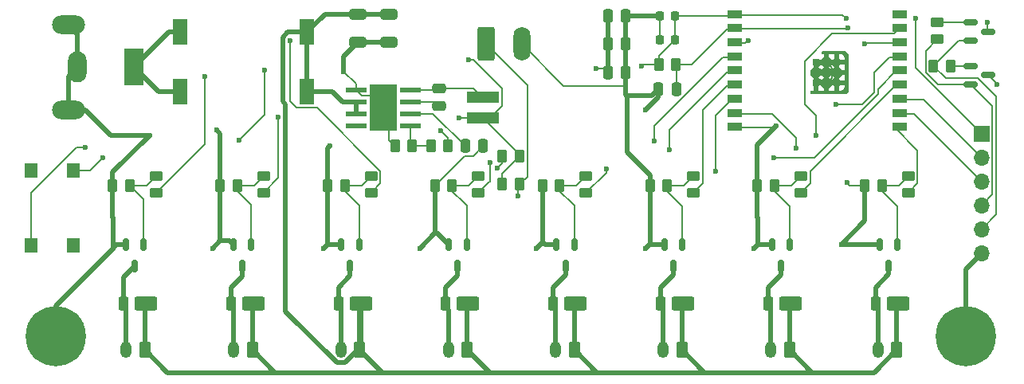
<source format=gbr>
%TF.GenerationSoftware,KiCad,Pcbnew,9.0.0*%
%TF.CreationDate,2025-06-20T07:10:20-05:00*%
%TF.ProjectId,driver-board,64726976-6572-42d6-926f-6172642e6b69,rev?*%
%TF.SameCoordinates,Original*%
%TF.FileFunction,Copper,L1,Top*%
%TF.FilePolarity,Positive*%
%FSLAX46Y46*%
G04 Gerber Fmt 4.6, Leading zero omitted, Abs format (unit mm)*
G04 Created by KiCad (PCBNEW 9.0.0) date 2025-06-20 07:10:20*
%MOMM*%
%LPD*%
G01*
G04 APERTURE LIST*
G04 Aperture macros list*
%AMRoundRect*
0 Rectangle with rounded corners*
0 $1 Rounding radius*
0 $2 $3 $4 $5 $6 $7 $8 $9 X,Y pos of 4 corners*
0 Add a 4 corners polygon primitive as box body*
4,1,4,$2,$3,$4,$5,$6,$7,$8,$9,$2,$3,0*
0 Add four circle primitives for the rounded corners*
1,1,$1+$1,$2,$3*
1,1,$1+$1,$4,$5*
1,1,$1+$1,$6,$7*
1,1,$1+$1,$8,$9*
0 Add four rect primitives between the rounded corners*
20,1,$1+$1,$2,$3,$4,$5,0*
20,1,$1+$1,$4,$5,$6,$7,0*
20,1,$1+$1,$6,$7,$8,$9,0*
20,1,$1+$1,$8,$9,$2,$3,0*%
G04 Aperture macros list end*
%TA.AperFunction,SMDPad,CuDef*%
%ADD10RoundRect,0.250000X0.450000X-0.262500X0.450000X0.262500X-0.450000X0.262500X-0.450000X-0.262500X0*%
%TD*%
%TA.AperFunction,ComponentPad*%
%ADD11RoundRect,0.250000X0.350000X0.625000X-0.350000X0.625000X-0.350000X-0.625000X0.350000X-0.625000X0*%
%TD*%
%TA.AperFunction,ComponentPad*%
%ADD12O,1.200000X1.750000*%
%TD*%
%TA.AperFunction,ComponentPad*%
%ADD13C,6.400000*%
%TD*%
%TA.AperFunction,SMDPad,CuDef*%
%ADD14R,3.500000X1.300000*%
%TD*%
%TA.AperFunction,SMDPad,CuDef*%
%ADD15RoundRect,0.250000X-0.262500X-0.450000X0.262500X-0.450000X0.262500X0.450000X-0.262500X0.450000X0*%
%TD*%
%TA.AperFunction,ComponentPad*%
%ADD16R,2.000000X4.000000*%
%TD*%
%TA.AperFunction,ComponentPad*%
%ADD17O,2.000000X3.300000*%
%TD*%
%TA.AperFunction,ComponentPad*%
%ADD18O,3.500000X2.000000*%
%TD*%
%TA.AperFunction,SMDPad,CuDef*%
%ADD19RoundRect,0.250000X-0.950000X-0.500000X0.950000X-0.500000X0.950000X0.500000X-0.950000X0.500000X0*%
%TD*%
%TA.AperFunction,SMDPad,CuDef*%
%ADD20RoundRect,0.250000X-0.275000X-0.500000X0.275000X-0.500000X0.275000X0.500000X-0.275000X0.500000X0*%
%TD*%
%TA.AperFunction,SMDPad,CuDef*%
%ADD21RoundRect,0.250000X-0.650000X0.325000X-0.650000X-0.325000X0.650000X-0.325000X0.650000X0.325000X0*%
%TD*%
%TA.AperFunction,SMDPad,CuDef*%
%ADD22RoundRect,0.150000X-0.587500X-0.150000X0.587500X-0.150000X0.587500X0.150000X-0.587500X0.150000X0*%
%TD*%
%TA.AperFunction,SMDPad,CuDef*%
%ADD23RoundRect,0.250000X0.250000X0.475000X-0.250000X0.475000X-0.250000X-0.475000X0.250000X-0.475000X0*%
%TD*%
%TA.AperFunction,SMDPad,CuDef*%
%ADD24RoundRect,0.150000X-0.150000X0.512500X-0.150000X-0.512500X0.150000X-0.512500X0.150000X0.512500X0*%
%TD*%
%TA.AperFunction,SMDPad,CuDef*%
%ADD25R,1.570000X2.820000*%
%TD*%
%TA.AperFunction,SMDPad,CuDef*%
%ADD26R,2.200000X0.500000*%
%TD*%
%TA.AperFunction,ComponentPad*%
%ADD27C,0.630000*%
%TD*%
%TA.AperFunction,SMDPad,CuDef*%
%ADD28R,2.950000X4.900000*%
%TD*%
%TA.AperFunction,SMDPad,CuDef*%
%ADD29RoundRect,0.225000X0.225000X0.250000X-0.225000X0.250000X-0.225000X-0.250000X0.225000X-0.250000X0*%
%TD*%
%TA.AperFunction,ComponentPad*%
%ADD30R,1.700000X1.700000*%
%TD*%
%TA.AperFunction,ComponentPad*%
%ADD31O,1.700000X1.700000*%
%TD*%
%TA.AperFunction,SMDPad,CuDef*%
%ADD32RoundRect,0.250000X-0.250000X-0.475000X0.250000X-0.475000X0.250000X0.475000X-0.250000X0.475000X0*%
%TD*%
%TA.AperFunction,SMDPad,CuDef*%
%ADD33R,1.400048X1.549908*%
%TD*%
%TA.AperFunction,SMDPad,CuDef*%
%ADD34RoundRect,0.250000X0.475000X-0.250000X0.475000X0.250000X-0.475000X0.250000X-0.475000X-0.250000X0*%
%TD*%
%TA.AperFunction,ComponentPad*%
%ADD35RoundRect,0.250000X-0.650000X-1.550000X0.650000X-1.550000X0.650000X1.550000X-0.650000X1.550000X0*%
%TD*%
%TA.AperFunction,ComponentPad*%
%ADD36O,1.800000X3.600000*%
%TD*%
%TA.AperFunction,SMDPad,CuDef*%
%ADD37RoundRect,0.250000X0.262500X0.450000X-0.262500X0.450000X-0.262500X-0.450000X0.262500X-0.450000X0*%
%TD*%
%TA.AperFunction,SMDPad,CuDef*%
%ADD38R,1.500000X0.900000*%
%TD*%
%TA.AperFunction,SMDPad,CuDef*%
%ADD39R,0.700000X0.700000*%
%TD*%
%TA.AperFunction,ComponentPad*%
%ADD40C,0.400000*%
%TD*%
%TA.AperFunction,ViaPad*%
%ADD41C,0.600000*%
%TD*%
%TA.AperFunction,Conductor*%
%ADD42C,0.500000*%
%TD*%
%TA.AperFunction,Conductor*%
%ADD43C,0.200000*%
%TD*%
G04 APERTURE END LIST*
D10*
%TO.P,R1,1*%
%TO.N,/c0*%
X78100000Y-102112500D03*
%TO.P,R1,2*%
%TO.N,Net-(Q11-G)*%
X78100000Y-100287500D03*
%TD*%
D11*
%TO.P,J6,1,Pin_1*%
%TO.N,+12V*%
X133971429Y-118800000D03*
D12*
%TO.P,J6,2,Pin_2*%
%TO.N,Net-(D6-A)*%
X131971429Y-118800000D03*
%TD*%
D13*
%TO.P,H2,1,1*%
%TO.N,GND*%
X164100000Y-117350000D03*
%TD*%
D14*
%TO.P,L1,1,1*%
%TO.N,Net-(U2-SW)*%
X112790000Y-91950000D03*
%TO.P,L1,2,2*%
%TO.N,+3.3V*%
X112790000Y-94150000D03*
%TD*%
D15*
%TO.P,R16,1*%
%TO.N,GND*%
X153387500Y-101300000D03*
%TO.P,R16,2*%
%TO.N,Net-(Q18-G)*%
X155212500Y-101300000D03*
%TD*%
D16*
%TO.P,J10,1*%
%TO.N,Net-(F1-Pad1_1)*%
X75750000Y-88760000D03*
D17*
%TO.P,J10,2*%
%TO.N,GND*%
X69750000Y-88760000D03*
D18*
%TO.P,J10,MP,MountPin*%
X68750000Y-84260000D03*
X68750000Y-93260000D03*
%TD*%
D15*
%TO.P,R25,1*%
%TO.N,Net-(U2-FB)*%
X107290000Y-97150000D03*
%TO.P,R25,2*%
%TO.N,+3.3V*%
X109115000Y-97150000D03*
%TD*%
%TO.P,R6,1*%
%TO.N,GND*%
X96316071Y-101300000D03*
%TO.P,R6,2*%
%TO.N,Net-(Q13-G)*%
X98141071Y-101300000D03*
%TD*%
D19*
%TO.P,D7,1,K*%
%TO.N,+12V*%
X145485714Y-113900000D03*
D20*
%TO.P,D7,2,A*%
%TO.N,Net-(D7-A)*%
X143110714Y-113900000D03*
%TD*%
D21*
%TO.P,C10,1*%
%TO.N,+12V*%
X102850000Y-83150000D03*
%TO.P,C10,2*%
%TO.N,GND*%
X102850000Y-86100000D03*
%TD*%
D22*
%TO.P,Q9,1,B*%
%TO.N,Net-(Q9-B)*%
X164625000Y-84025000D03*
%TO.P,Q9,2,E*%
%TO.N,/RTS*%
X164625000Y-85925000D03*
%TO.P,Q9,3,C*%
%TO.N,/CHIP_PU*%
X166500000Y-84975000D03*
%TD*%
%TO.P,Q10,1,B*%
%TO.N,Net-(Q10-B)*%
X164625000Y-88650000D03*
%TO.P,Q10,2,E*%
%TO.N,/DTR*%
X164625000Y-90550000D03*
%TO.P,Q10,3,C*%
%TO.N,/IO9*%
X166500000Y-89600000D03*
%TD*%
D10*
%TO.P,R11,1*%
%TO.N,/c5*%
X135171429Y-102112500D03*
%TO.P,R11,2*%
%TO.N,Net-(Q16-G)*%
X135171429Y-100287500D03*
%TD*%
D23*
%TO.P,C3,1*%
%TO.N,/CHIP_PU*%
X133350000Y-91100000D03*
%TO.P,C3,2*%
%TO.N,GND*%
X131450000Y-91100000D03*
%TD*%
D24*
%TO.P,Q14,1,G*%
%TO.N,Net-(Q14-G)*%
X111098571Y-107612500D03*
%TO.P,Q14,2,S*%
%TO.N,GND*%
X109198571Y-107612500D03*
%TO.P,Q14,3,D*%
%TO.N,Net-(D4-A)*%
X110148571Y-109887500D03*
%TD*%
%TO.P,Q13,1,G*%
%TO.N,Net-(Q13-G)*%
X99653214Y-107612500D03*
%TO.P,Q13,2,S*%
%TO.N,GND*%
X97753214Y-107612500D03*
%TO.P,Q13,3,D*%
%TO.N,Net-(D3-A)*%
X98703214Y-109887500D03*
%TD*%
D10*
%TO.P,R9,1*%
%TO.N,/c4*%
X123757143Y-102112500D03*
%TO.P,R9,2*%
%TO.N,Net-(Q15-G)*%
X123757143Y-100287500D03*
%TD*%
D25*
%TO.P,F1,1_1*%
%TO.N,Net-(F1-Pad1_1)*%
X80670000Y-85040000D03*
%TO.P,F1,1_2*%
X80670000Y-91360000D03*
%TO.P,F1,2_1*%
%TO.N,+12V*%
X94130000Y-85040000D03*
%TO.P,F1,2_2*%
X94130000Y-91360000D03*
%TD*%
D19*
%TO.P,D8,1,K*%
%TO.N,+12V*%
X156900000Y-113900000D03*
D20*
%TO.P,D8,2,A*%
%TO.N,Net-(D8-A)*%
X154525000Y-113900000D03*
%TD*%
D26*
%TO.P,U2,1,PGND*%
%TO.N,GND*%
X99340000Y-91180000D03*
%TO.P,U2,2,VIN*%
%TO.N,+12V*%
X99340000Y-92450000D03*
%TO.P,U2,3,EN*%
X99340000Y-93720000D03*
%TO.P,U2,4,PG*%
%TO.N,unconnected-(U2-PG-Pad4)*%
X99340000Y-94990000D03*
%TO.P,U2,5,FB*%
%TO.N,Net-(U2-FB)*%
X105090000Y-94990000D03*
%TO.P,U2,6,VCC*%
%TO.N,Net-(U2-VCC)*%
X105090000Y-93720000D03*
%TO.P,U2,7,BOOT*%
%TO.N,Net-(U2-BOOT)*%
X105090000Y-92450000D03*
%TO.P,U2,8,SW*%
%TO.N,Net-(U2-SW)*%
X105090000Y-91180000D03*
D27*
%TO.P,U2,9,PAD*%
%TO.N,GND*%
X101565000Y-91785000D03*
X101565000Y-93085000D03*
X101565000Y-94385000D03*
D28*
X102215000Y-93085000D03*
D27*
X102865000Y-91785000D03*
X102865000Y-93085000D03*
X102865000Y-94385000D03*
%TD*%
D29*
%TO.P,C20,1*%
%TO.N,+3.3V*%
X133200000Y-83300000D03*
%TO.P,C20,2*%
%TO.N,GND*%
X131650000Y-83300000D03*
%TD*%
D10*
%TO.P,R15,1*%
%TO.N,/c7*%
X158000000Y-102112500D03*
%TO.P,R15,2*%
%TO.N,Net-(Q18-G)*%
X158000000Y-100287500D03*
%TD*%
D29*
%TO.P,C19,1*%
%TO.N,+3.3V*%
X133200000Y-85810000D03*
%TO.P,C19,2*%
%TO.N,GND*%
X131650000Y-85810000D03*
%TD*%
D24*
%TO.P,Q16,1,G*%
%TO.N,Net-(Q16-G)*%
X133989286Y-107612500D03*
%TO.P,Q16,2,S*%
%TO.N,GND*%
X132089286Y-107612500D03*
%TO.P,Q16,3,D*%
%TO.N,Net-(D6-A)*%
X133039286Y-109887500D03*
%TD*%
%TO.P,Q17,1,G*%
%TO.N,Net-(Q17-G)*%
X145434643Y-107612500D03*
%TO.P,Q17,2,S*%
%TO.N,GND*%
X143534643Y-107612500D03*
%TO.P,Q17,3,D*%
%TO.N,Net-(D7-A)*%
X144484643Y-109887500D03*
%TD*%
D19*
%TO.P,D5,1,K*%
%TO.N,+12V*%
X122657143Y-113900000D03*
D20*
%TO.P,D5,2,A*%
%TO.N,Net-(D5-A)*%
X120282143Y-113900000D03*
%TD*%
D30*
%TO.P,J9,1,Pin_1*%
%TO.N,+3.3V*%
X165800000Y-95800000D03*
D31*
%TO.P,J9,2,Pin_2*%
%TO.N,/TXD*%
X165800000Y-98340000D03*
%TO.P,J9,3,Pin_3*%
%TO.N,/RXD*%
X165800000Y-100880000D03*
%TO.P,J9,4,Pin_4*%
%TO.N,/DTR*%
X165800000Y-103420000D03*
%TO.P,J9,5,Pin_5*%
%TO.N,/RTS*%
X165800000Y-105960000D03*
%TO.P,J9,6,Pin_6*%
%TO.N,GND*%
X165800000Y-108500000D03*
%TD*%
D10*
%TO.P,R5,1*%
%TO.N,/c2*%
X100928571Y-102112500D03*
%TO.P,R5,2*%
%TO.N,Net-(Q13-G)*%
X100928571Y-100287500D03*
%TD*%
D19*
%TO.P,D1,1,K*%
%TO.N,+12V*%
X77000000Y-113900000D03*
D20*
%TO.P,D1,2,A*%
%TO.N,Net-(D1-A)*%
X74625000Y-113900000D03*
%TD*%
D11*
%TO.P,J4,1,Pin_1*%
%TO.N,+12V*%
X111142857Y-118800000D03*
D12*
%TO.P,J4,2,Pin_2*%
%TO.N,Net-(D4-A)*%
X109142857Y-118800000D03*
%TD*%
D15*
%TO.P,R12,1*%
%TO.N,GND*%
X130558929Y-101300000D03*
%TO.P,R12,2*%
%TO.N,Net-(Q16-G)*%
X132383929Y-101300000D03*
%TD*%
%TO.P,R10,1*%
%TO.N,GND*%
X119144643Y-101300000D03*
%TO.P,R10,2*%
%TO.N,Net-(Q15-G)*%
X120969643Y-101300000D03*
%TD*%
D13*
%TO.P,H1,1,1*%
%TO.N,GND*%
X67400000Y-117350000D03*
%TD*%
D15*
%TO.P,R27,1*%
%TO.N,Net-(U4-IO8)*%
X114887500Y-98250000D03*
%TO.P,R27,2*%
%TO.N,+3.3V*%
X116712500Y-98250000D03*
%TD*%
D32*
%TO.P,C14,1*%
%TO.N,+3.3V*%
X126100000Y-83280000D03*
%TO.P,C14,2*%
%TO.N,GND*%
X128000000Y-83280000D03*
%TD*%
D24*
%TO.P,Q15,1,G*%
%TO.N,Net-(Q15-G)*%
X122543929Y-107612500D03*
%TO.P,Q15,2,S*%
%TO.N,GND*%
X120643929Y-107612500D03*
%TO.P,Q15,3,D*%
%TO.N,Net-(D5-A)*%
X121593929Y-109887500D03*
%TD*%
D10*
%TO.P,R7,1*%
%TO.N,/c3*%
X112342857Y-102112500D03*
%TO.P,R7,2*%
%TO.N,Net-(Q14-G)*%
X112342857Y-100287500D03*
%TD*%
D11*
%TO.P,J7,1,Pin_1*%
%TO.N,+12V*%
X145385714Y-118800000D03*
D12*
%TO.P,J7,2,Pin_2*%
%TO.N,Net-(D7-A)*%
X143385714Y-118800000D03*
%TD*%
D11*
%TO.P,J1,1,Pin_1*%
%TO.N,+12V*%
X76900000Y-118800000D03*
D12*
%TO.P,J1,2,Pin_2*%
%TO.N,Net-(D1-A)*%
X74900000Y-118800000D03*
%TD*%
D10*
%TO.P,R13,1*%
%TO.N,/c6*%
X146585714Y-102112500D03*
%TO.P,R13,2*%
%TO.N,Net-(Q17-G)*%
X146585714Y-100287500D03*
%TD*%
D15*
%TO.P,R24,1*%
%TO.N,/RTS*%
X160687500Y-88600000D03*
%TO.P,R24,2*%
%TO.N,Net-(Q10-B)*%
X162512500Y-88600000D03*
%TD*%
%TO.P,R17,1*%
%TO.N,+3.3V*%
X131487500Y-88500000D03*
%TO.P,R17,2*%
%TO.N,/CHIP_PU*%
X133312500Y-88500000D03*
%TD*%
D11*
%TO.P,J5,1,Pin_1*%
%TO.N,+12V*%
X122557143Y-118800000D03*
D12*
%TO.P,J5,2,Pin_2*%
%TO.N,Net-(D5-A)*%
X120557143Y-118800000D03*
%TD*%
D33*
%TO.P,SW1,1,1*%
%TO.N,+3.3V*%
X64799998Y-107649996D03*
%TO.P,SW1,2,2*%
%TO.N,unconnected-(SW1-Pad2)*%
X69300000Y-107649996D03*
%TO.P,SW1,3,3*%
%TO.N,unconnected-(SW1-Pad3)*%
X64799998Y-99700000D03*
%TO.P,SW1,4,4*%
%TO.N,/btn*%
X69300000Y-99700000D03*
%TD*%
D15*
%TO.P,R14,1*%
%TO.N,GND*%
X141973214Y-101300000D03*
%TO.P,R14,2*%
%TO.N,Net-(Q17-G)*%
X143798214Y-101300000D03*
%TD*%
D32*
%TO.P,C15,1*%
%TO.N,+3.3V*%
X126100000Y-86290000D03*
%TO.P,C15,2*%
%TO.N,GND*%
X128000000Y-86290000D03*
%TD*%
D34*
%TO.P,C12,1*%
%TO.N,Net-(U2-BOOT)*%
X108190000Y-92900000D03*
%TO.P,C12,2*%
%TO.N,Net-(U2-SW)*%
X108190000Y-91000000D03*
%TD*%
D24*
%TO.P,Q12,1,G*%
%TO.N,Net-(Q12-G)*%
X88207857Y-107612500D03*
%TO.P,Q12,2,S*%
%TO.N,GND*%
X86307857Y-107612500D03*
%TO.P,Q12,3,D*%
%TO.N,Net-(D2-A)*%
X87257857Y-109887500D03*
%TD*%
D32*
%TO.P,C13,1*%
%TO.N,Net-(U2-VCC)*%
X110940000Y-97150000D03*
%TO.P,C13,2*%
%TO.N,GND*%
X112840000Y-97150000D03*
%TD*%
D19*
%TO.P,D6,1,K*%
%TO.N,+12V*%
X134071429Y-113900000D03*
D20*
%TO.P,D6,2,A*%
%TO.N,Net-(D6-A)*%
X131696429Y-113900000D03*
%TD*%
D15*
%TO.P,R8,1*%
%TO.N,GND*%
X107730357Y-101300000D03*
%TO.P,R8,2*%
%TO.N,Net-(Q14-G)*%
X109555357Y-101300000D03*
%TD*%
%TO.P,R26,1*%
%TO.N,GND*%
X103477500Y-97150000D03*
%TO.P,R26,2*%
%TO.N,Net-(U2-FB)*%
X105302500Y-97150000D03*
%TD*%
D24*
%TO.P,Q11,1,G*%
%TO.N,Net-(Q11-G)*%
X76762500Y-107612500D03*
%TO.P,Q11,2,S*%
%TO.N,GND*%
X74862500Y-107612500D03*
%TO.P,Q11,3,D*%
%TO.N,Net-(D1-A)*%
X75812500Y-109887500D03*
%TD*%
D10*
%TO.P,R3,1*%
%TO.N,/c1*%
X89514286Y-102112500D03*
%TO.P,R3,2*%
%TO.N,Net-(Q12-G)*%
X89514286Y-100287500D03*
%TD*%
D32*
%TO.P,C16,1*%
%TO.N,+3.3V*%
X126100000Y-89300000D03*
%TO.P,C16,2*%
%TO.N,GND*%
X128000000Y-89300000D03*
%TD*%
D35*
%TO.P,J12,1,Pin_1*%
%TO.N,Net-(J12-Pin_1)*%
X113130000Y-86290000D03*
D36*
%TO.P,J12,2,Pin_2*%
%TO.N,GND*%
X116940000Y-86290000D03*
%TD*%
D37*
%TO.P,R28,1*%
%TO.N,Net-(J12-Pin_1)*%
X116712500Y-101200000D03*
%TO.P,R28,2*%
%TO.N,+3.3V*%
X114887500Y-101200000D03*
%TD*%
D19*
%TO.P,D2,1,K*%
%TO.N,+12V*%
X88414286Y-113900000D03*
D20*
%TO.P,D2,2,A*%
%TO.N,Net-(D2-A)*%
X86039286Y-113900000D03*
%TD*%
D11*
%TO.P,J8,1,Pin_1*%
%TO.N,+12V*%
X156800000Y-118800000D03*
D12*
%TO.P,J8,2,Pin_2*%
%TO.N,Net-(D8-A)*%
X154800000Y-118800000D03*
%TD*%
D38*
%TO.P,U4,1,3V3*%
%TO.N,+3.3V*%
X139600000Y-83100000D03*
%TO.P,U4,2,EN*%
%TO.N,/CHIP_PU*%
X139600000Y-84600000D03*
%TO.P,U4,3,IO4*%
%TO.N,/c2*%
X139600000Y-86100000D03*
%TO.P,U4,4,IO5*%
%TO.N,/c3*%
X139600000Y-87600000D03*
%TO.P,U4,5,IO6*%
%TO.N,/c4*%
X139600000Y-89100000D03*
%TO.P,U4,6,IO7*%
%TO.N,/c5*%
X139600000Y-90600000D03*
%TO.P,U4,7,IO8*%
%TO.N,Net-(U4-IO8)*%
X139600000Y-92100000D03*
%TO.P,U4,8,IO9*%
%TO.N,/IO9*%
X139600000Y-93600000D03*
%TO.P,U4,9,GND*%
%TO.N,GND*%
X139600000Y-95100000D03*
%TO.P,U4,10,IO10*%
%TO.N,/c7*%
X157100000Y-95100000D03*
%TO.P,U4,11,RXD*%
%TO.N,/RXD*%
X157100000Y-93600000D03*
%TO.P,U4,12,TXD*%
%TO.N,/TXD*%
X157100000Y-92100000D03*
%TO.P,U4,13,IO18*%
%TO.N,/c6*%
X157100000Y-90600000D03*
%TO.P,U4,14,IO19*%
%TO.N,Net-(J12-Pin_1)*%
X157100000Y-89100000D03*
%TO.P,U4,15,IO3*%
%TO.N,/c1*%
X157100000Y-87600000D03*
%TO.P,U4,16,IO2*%
%TO.N,/c0*%
X157100000Y-86100000D03*
%TO.P,U4,17,IO1*%
%TO.N,/btn*%
X157100000Y-84600000D03*
%TO.P,U4,18,IO0*%
%TO.N,unconnected-(U4-IO0-Pad18)*%
X157100000Y-83100000D03*
D39*
%TO.P,U4,19,GND*%
%TO.N,GND*%
X148210000Y-88200000D03*
%TO.P,U4,20,GND*%
X149310000Y-88200000D03*
%TO.P,U4,21,GND*%
X150410000Y-88200000D03*
%TO.P,U4,22,GND*%
X148210000Y-89300000D03*
%TO.P,U4,23,GND*%
X149310000Y-89300000D03*
%TO.P,U4,24,GND*%
X150410000Y-89300000D03*
%TO.P,U4,25,GND*%
X148210000Y-90400000D03*
%TO.P,U4,26,GND*%
X149310000Y-90400000D03*
%TO.P,U4,27,GND*%
X150410000Y-90400000D03*
D40*
%TO.P,U4,28,GND*%
X148760000Y-88200000D03*
%TO.P,U4,29,GND*%
X149860000Y-88200000D03*
%TO.P,U4,30,GND*%
X148210000Y-88750000D03*
%TO.P,U4,31,GND*%
X149310000Y-88750000D03*
%TO.P,U4,32,GND*%
X150410000Y-88750000D03*
%TO.P,U4,33,GND*%
X148760000Y-89300000D03*
%TO.P,U4,34,GND*%
X149860000Y-89300000D03*
%TO.P,U4,35,GND*%
X148210000Y-89850000D03*
%TO.P,U4,36,GND*%
X149310000Y-89850000D03*
%TO.P,U4,37,GND*%
X150410000Y-89850000D03*
%TO.P,U4,38,GND*%
X148760000Y-90400000D03*
%TO.P,U4,39,GND*%
X149860000Y-90400000D03*
%TD*%
D10*
%TO.P,R23,1*%
%TO.N,/DTR*%
X161100000Y-85800000D03*
%TO.P,R23,2*%
%TO.N,Net-(Q9-B)*%
X161100000Y-83975000D03*
%TD*%
D24*
%TO.P,Q18,1,G*%
%TO.N,Net-(Q18-G)*%
X156880000Y-107612500D03*
%TO.P,Q18,2,S*%
%TO.N,GND*%
X154980000Y-107612500D03*
%TO.P,Q18,3,D*%
%TO.N,Net-(D8-A)*%
X155930000Y-109887500D03*
%TD*%
D15*
%TO.P,R2,1*%
%TO.N,GND*%
X73487500Y-101300000D03*
%TO.P,R2,2*%
%TO.N,Net-(Q11-G)*%
X75312500Y-101300000D03*
%TD*%
D19*
%TO.P,D4,1,K*%
%TO.N,+12V*%
X111242857Y-113900000D03*
D20*
%TO.P,D4,2,A*%
%TO.N,Net-(D4-A)*%
X108867857Y-113900000D03*
%TD*%
D21*
%TO.P,C11,1*%
%TO.N,+12V*%
X99500000Y-83150000D03*
%TO.P,C11,2*%
%TO.N,GND*%
X99500000Y-86100000D03*
%TD*%
D11*
%TO.P,J2,1,Pin_1*%
%TO.N,+12V*%
X88314286Y-118800000D03*
D12*
%TO.P,J2,2,Pin_2*%
%TO.N,Net-(D2-A)*%
X86314286Y-118800000D03*
%TD*%
D19*
%TO.P,D3,1,K*%
%TO.N,+12V*%
X99828571Y-113900000D03*
D20*
%TO.P,D3,2,A*%
%TO.N,Net-(D3-A)*%
X97453571Y-113900000D03*
%TD*%
D11*
%TO.P,J3,1,Pin_1*%
%TO.N,+12V*%
X99728571Y-118800000D03*
D12*
%TO.P,J3,2,Pin_2*%
%TO.N,Net-(D3-A)*%
X97728571Y-118800000D03*
%TD*%
D15*
%TO.P,R4,1*%
%TO.N,GND*%
X84901786Y-101300000D03*
%TO.P,R4,2*%
%TO.N,Net-(Q12-G)*%
X86726786Y-101300000D03*
%TD*%
D41*
%TO.N,GND*%
X118500000Y-108000000D03*
X77400000Y-96000000D03*
X96600000Y-97100000D03*
X84100000Y-108000000D03*
X84500000Y-95400000D03*
X144000000Y-95000000D03*
X106100000Y-108000000D03*
X150900000Y-107600000D03*
X130100000Y-93300000D03*
X73500000Y-108000000D03*
X98000000Y-89200000D03*
X130100000Y-108000000D03*
X151500000Y-101000000D03*
X95900000Y-108000000D03*
X141600000Y-108000000D03*
%TO.N,/CHIP_PU*%
X166400000Y-84000000D03*
X151600000Y-84600000D03*
%TO.N,Net-(J12-Pin_1)*%
X143750000Y-98340000D03*
X116550000Y-102440000D03*
%TO.N,+3.3V*%
X86900000Y-96500000D03*
X108310000Y-95490000D03*
X129700000Y-88600000D03*
X111300000Y-88000000D03*
X110260000Y-94180000D03*
X70600000Y-97300000D03*
X124800000Y-88900000D03*
X158800000Y-83600000D03*
X89600000Y-89100000D03*
X151400000Y-83600000D03*
%TO.N,Net-(U4-IO8)*%
X114370000Y-99510000D03*
X137510000Y-99840000D03*
%TO.N,/IO9*%
X167400000Y-90600000D03*
X146100000Y-97400000D03*
%TO.N,/c0*%
X83300000Y-89700000D03*
X153400000Y-86300000D03*
%TO.N,/c1*%
X91100000Y-94100000D03*
X150300000Y-92700000D03*
%TO.N,/c2*%
X92300000Y-85900000D03*
X141000000Y-85900000D03*
%TO.N,/c3*%
X113570000Y-98920000D03*
X131000000Y-96600000D03*
%TO.N,/c4*%
X125900000Y-99600000D03*
X132600000Y-97500000D03*
%TO.N,/btn*%
X148200000Y-96000000D03*
X72400000Y-98400000D03*
%TD*%
D42*
%TO.N,+12V*%
X97875000Y-92450000D02*
X99340000Y-92450000D01*
X133971429Y-114000000D02*
X134071429Y-113900000D01*
X145385714Y-118800000D02*
X147785714Y-121200000D01*
X136300000Y-121200000D02*
X125700000Y-121200000D01*
X156800000Y-118800000D02*
X156800000Y-114000000D01*
X113542857Y-121200000D02*
X114000000Y-121200000D01*
X76900000Y-118800000D02*
X76900000Y-114000000D01*
X99828571Y-118461338D02*
X98163909Y-120126000D01*
X136300000Y-121128571D02*
X136300000Y-121200000D01*
X92097925Y-85040000D02*
X94130000Y-85040000D01*
X98163909Y-120126000D02*
X97293233Y-120126000D01*
X145135714Y-118550000D02*
X145385714Y-118800000D01*
X91549000Y-92389000D02*
X91549000Y-85588925D01*
X94130000Y-85040000D02*
X94130000Y-91360000D01*
X111142857Y-114000000D02*
X111242857Y-113900000D01*
X110892857Y-118550000D02*
X111142857Y-118800000D01*
X133971429Y-118800000D02*
X133971429Y-114000000D01*
X125100000Y-121200000D02*
X114000000Y-121200000D01*
X111142857Y-118800000D02*
X111142857Y-114000000D01*
X79300000Y-121200000D02*
X76900000Y-118800000D01*
X97875000Y-92450000D02*
X96785000Y-91360000D01*
X96020000Y-83150000D02*
X94130000Y-85040000D01*
X99828571Y-113900000D02*
X99828571Y-118461338D01*
X122557143Y-118800000D02*
X122557143Y-114000000D01*
X88314286Y-118800000D02*
X90714286Y-121200000D01*
X99728571Y-118800000D02*
X99728571Y-114000000D01*
X133971429Y-118800000D02*
X136300000Y-121128571D01*
X88314286Y-114000000D02*
X88414286Y-113900000D01*
X99728571Y-114000000D02*
X99828571Y-113900000D01*
X111142857Y-118800000D02*
X113542857Y-121200000D01*
X122557143Y-114000000D02*
X122657143Y-113900000D01*
X122307143Y-118550000D02*
X122557143Y-118800000D01*
X148500000Y-121200000D02*
X136300000Y-121200000D01*
X147785714Y-121200000D02*
X148500000Y-121200000D01*
X91851000Y-114683767D02*
X91851000Y-92691000D01*
X122557143Y-118800000D02*
X124957143Y-121200000D01*
X102128571Y-121200000D02*
X102900000Y-121200000D01*
X99500000Y-83150000D02*
X102850000Y-83150000D01*
X91549000Y-85588925D02*
X92097925Y-85040000D01*
X88314286Y-118800000D02*
X88314286Y-114000000D01*
X99340000Y-92450000D02*
X99340000Y-93720000D01*
X154400000Y-121200000D02*
X148500000Y-121200000D01*
X145385714Y-114000000D02*
X145485714Y-113900000D01*
X156550000Y-118550000D02*
X156800000Y-118800000D01*
X114000000Y-121200000D02*
X102900000Y-121200000D01*
X91000000Y-121200000D02*
X79300000Y-121200000D01*
X156800000Y-114000000D02*
X156900000Y-113900000D01*
X124957143Y-121200000D02*
X125100000Y-121200000D01*
X96785000Y-91360000D02*
X94130000Y-91360000D01*
X88064286Y-118550000D02*
X88314286Y-118800000D01*
X76900000Y-114000000D02*
X77000000Y-113900000D01*
X76650000Y-118550000D02*
X76900000Y-118800000D01*
X99728571Y-118800000D02*
X102128571Y-121200000D01*
X156800000Y-118800000D02*
X154400000Y-121200000D01*
X91851000Y-92691000D02*
X91549000Y-92389000D01*
X97293233Y-120126000D02*
X91851000Y-114683767D01*
X133721429Y-118550000D02*
X133971429Y-118800000D01*
X145385714Y-118800000D02*
X145385714Y-114000000D01*
X99478571Y-118550000D02*
X99728571Y-118800000D01*
X99500000Y-83150000D02*
X96020000Y-83150000D01*
X125700000Y-121200000D02*
X125100000Y-121200000D01*
X90714286Y-121200000D02*
X91000000Y-121200000D01*
X102900000Y-121200000D02*
X91000000Y-121200000D01*
%TO.N,GND*%
X96328571Y-104700000D02*
X96328571Y-107571429D01*
D43*
X116940000Y-86290000D02*
X121390000Y-90740000D01*
D42*
X84914286Y-107185714D02*
X84100000Y-108000000D01*
X119157143Y-107342857D02*
X118500000Y-108000000D01*
X96316071Y-101300000D02*
X96316071Y-97383929D01*
X141985714Y-104700000D02*
X141985714Y-107614286D01*
X107730357Y-101300000D02*
X107730357Y-104687500D01*
X98000000Y-89200000D02*
X98000000Y-87600000D01*
D43*
X151800000Y-101300000D02*
X153387500Y-101300000D01*
X149900000Y-88850000D02*
X149900000Y-89950000D01*
D42*
X73318686Y-96000000D02*
X70578686Y-93260000D01*
D43*
X149350000Y-90500000D02*
X148250000Y-90500000D01*
D42*
X141985714Y-107614286D02*
X141987500Y-107612500D01*
X128000000Y-83280000D02*
X128000000Y-89300000D01*
D43*
X149350000Y-88300000D02*
X149900000Y-88850000D01*
X139090000Y-95200000D02*
X143800000Y-95200000D01*
D42*
X84914286Y-104700000D02*
X84914286Y-107185714D01*
X96512500Y-107612500D02*
X97753214Y-107612500D01*
X68750000Y-89760000D02*
X69750000Y-88760000D01*
X153387500Y-104687500D02*
X153400000Y-104700000D01*
X130770000Y-91780000D02*
X131450000Y-91100000D01*
X96316071Y-97383929D02*
X96600000Y-97100000D01*
X96316071Y-101300000D02*
X96316071Y-104687500D01*
X69750000Y-85260000D02*
X68750000Y-84260000D01*
X119426786Y-107612500D02*
X120643929Y-107612500D01*
D43*
X99945000Y-91785000D02*
X99340000Y-91180000D01*
D42*
X85881071Y-107185714D02*
X86307857Y-107612500D01*
D43*
X149900000Y-89950000D02*
X149350000Y-90500000D01*
D42*
X150900000Y-107600000D02*
X154967500Y-107600000D01*
D43*
X99340000Y-91180000D02*
X99340000Y-90540000D01*
X131650000Y-83300000D02*
X131650000Y-85810000D01*
D42*
X84914286Y-107185714D02*
X85881071Y-107185714D01*
X131630000Y-83280000D02*
X131650000Y-83300000D01*
X119144643Y-101300000D02*
X119144643Y-104687500D01*
D43*
X111814000Y-98176000D02*
X110854357Y-98176000D01*
D42*
X141973214Y-104687500D02*
X141985714Y-104700000D01*
X130558929Y-101300000D02*
X130558929Y-104687500D01*
X128000000Y-89300000D02*
X128000000Y-90740000D01*
X130571429Y-107528571D02*
X130655358Y-107612500D01*
X98000000Y-87600000D02*
X99500000Y-86100000D01*
X131450000Y-91950000D02*
X130100000Y-93300000D01*
X84901786Y-101300000D02*
X84901786Y-95801786D01*
X130558929Y-101300000D02*
X130558929Y-100258929D01*
X128100000Y-91780000D02*
X128100000Y-97800000D01*
X107943214Y-106357143D02*
X109198571Y-107612500D01*
X153400000Y-105100000D02*
X150900000Y-107600000D01*
X153387500Y-101300000D02*
X153387500Y-104687500D01*
D43*
X112840000Y-97150000D02*
X111814000Y-98176000D01*
X121390000Y-90740000D02*
X128000000Y-90740000D01*
D42*
X165800000Y-108500000D02*
X164100000Y-110200000D01*
X102850000Y-86100000D02*
X99500000Y-86100000D01*
X128100000Y-91780000D02*
X130770000Y-91780000D01*
X73487500Y-99912500D02*
X73487500Y-101300000D01*
X141985714Y-107614286D02*
X141600000Y-108000000D01*
D43*
X110854357Y-98176000D02*
X107730357Y-101300000D01*
D42*
X154967500Y-107600000D02*
X154980000Y-107612500D01*
X73500000Y-104700000D02*
X73500000Y-108000000D01*
X130571429Y-107528571D02*
X130100000Y-108000000D01*
D43*
X101565000Y-91785000D02*
X99945000Y-91785000D01*
D42*
X130655358Y-107612500D02*
X132089286Y-107612500D01*
X141973214Y-101300000D02*
X141973214Y-97026786D01*
X77400000Y-96000000D02*
X73487500Y-99912500D01*
D43*
X143800000Y-95200000D02*
X144000000Y-95000000D01*
D42*
X107742857Y-106357143D02*
X106100000Y-108000000D01*
X84901786Y-95801786D02*
X84500000Y-95400000D01*
X74862500Y-107612500D02*
X73887500Y-107612500D01*
X128000000Y-90740000D02*
X128000000Y-91680000D01*
X96328571Y-107571429D02*
X96471429Y-107571429D01*
X141973214Y-97026786D02*
X144000000Y-95000000D01*
X107730357Y-104687500D02*
X107742857Y-104700000D01*
D43*
X102865000Y-94385000D02*
X102865000Y-96537500D01*
D42*
X73887500Y-107612500D02*
X73500000Y-108000000D01*
X73487500Y-101300000D02*
X73487500Y-104687500D01*
X84901786Y-101300000D02*
X84901786Y-104687500D01*
X128000000Y-91680000D02*
X128100000Y-91780000D01*
D43*
X99340000Y-90540000D02*
X98000000Y-89200000D01*
D42*
X119157143Y-104700000D02*
X119157143Y-107342857D01*
X84901786Y-104687500D02*
X84914286Y-104700000D01*
X130558929Y-100258929D02*
X128100000Y-97800000D01*
X73500000Y-108000000D02*
X67400000Y-114100000D01*
D43*
X102865000Y-96537500D02*
X103477500Y-97150000D01*
D42*
X130558929Y-104687500D02*
X130571429Y-104700000D01*
X131450000Y-91100000D02*
X131450000Y-91950000D01*
X141987500Y-107612500D02*
X143534643Y-107612500D01*
X164100000Y-110200000D02*
X164100000Y-117350000D01*
D43*
X148250000Y-89400000D02*
X149350000Y-89400000D01*
D42*
X107742857Y-104700000D02*
X107742857Y-106357143D01*
X119144643Y-104687500D02*
X119157143Y-104700000D01*
X69750000Y-88760000D02*
X69750000Y-85260000D01*
X130571429Y-104700000D02*
X130571429Y-107528571D01*
X73318686Y-96000000D02*
X77400000Y-96000000D01*
X141973214Y-101300000D02*
X141973214Y-104687500D01*
X96471429Y-107571429D02*
X96512500Y-107612500D01*
X128000000Y-83280000D02*
X131630000Y-83280000D01*
X68750000Y-93260000D02*
X68750000Y-89760000D01*
X73487500Y-104687500D02*
X73500000Y-104700000D01*
X70578686Y-93260000D02*
X68750000Y-93260000D01*
X96316071Y-104687500D02*
X96328571Y-104700000D01*
X153400000Y-104700000D02*
X153400000Y-105100000D01*
X119157143Y-107342857D02*
X119426786Y-107612500D01*
X96328571Y-107571429D02*
X95900000Y-108000000D01*
D43*
X151500000Y-101000000D02*
X151800000Y-101300000D01*
D42*
X67400000Y-114100000D02*
X67400000Y-117350000D01*
D43*
X148250000Y-88300000D02*
X149350000Y-88300000D01*
D42*
X107742857Y-106357143D02*
X107943214Y-106357143D01*
D43*
%TO.N,Net-(Q11-G)*%
X75312500Y-101300000D02*
X75312500Y-101912500D01*
X77087500Y-101300000D02*
X78100000Y-100287500D01*
X76762500Y-102750000D02*
X75312500Y-101300000D01*
X76762500Y-107612500D02*
X76762500Y-102750000D01*
X75312500Y-101300000D02*
X77087500Y-101300000D01*
%TO.N,Net-(Q12-G)*%
X86726786Y-101912500D02*
X88097143Y-103282857D01*
X86726786Y-101300000D02*
X86726786Y-101912500D01*
X88207857Y-103393571D02*
X88097143Y-103282857D01*
X88501786Y-101300000D02*
X89514286Y-100287500D01*
X86726786Y-101300000D02*
X88501786Y-101300000D01*
X88207857Y-107612500D02*
X88207857Y-103393571D01*
D42*
%TO.N,Net-(D5-A)*%
X120282143Y-114275000D02*
X120557143Y-114550000D01*
X121593929Y-110863214D02*
X121593929Y-109887500D01*
X120557143Y-114550000D02*
X120557143Y-118800000D01*
X120282143Y-112175000D02*
X120282143Y-113900000D01*
X120282143Y-112175000D02*
X121593929Y-110863214D01*
X120282143Y-113900000D02*
X120282143Y-114275000D01*
%TO.N,Net-(D6-A)*%
X131696429Y-112175000D02*
X133039286Y-110832143D01*
X133039286Y-110832143D02*
X133039286Y-109887500D01*
X131696429Y-112175000D02*
X131696429Y-113900000D01*
X131971429Y-114550000D02*
X131971429Y-118800000D01*
X131696429Y-114275000D02*
X131971429Y-114550000D01*
X131696429Y-113900000D02*
X131696429Y-114275000D01*
%TO.N,Net-(D1-A)*%
X74625000Y-113900000D02*
X74625000Y-114275000D01*
X74625000Y-113900000D02*
X74625000Y-111075000D01*
X74625000Y-111075000D02*
X75812500Y-109887500D01*
X74625000Y-114275000D02*
X74900000Y-114550000D01*
X74900000Y-114550000D02*
X74900000Y-118800000D01*
%TO.N,Net-(D2-A)*%
X86039286Y-112175000D02*
X87257857Y-110956429D01*
X86039286Y-112175000D02*
X86039286Y-113900000D01*
X86039286Y-113900000D02*
X86039286Y-114275000D01*
X86039286Y-114275000D02*
X86314286Y-114550000D01*
X86314286Y-114550000D02*
X86314286Y-118800000D01*
X87257857Y-110956429D02*
X87257857Y-109887500D01*
%TO.N,Net-(D3-A)*%
X97453571Y-112175000D02*
X98703214Y-110925357D01*
X97453571Y-114275000D02*
X97728571Y-114550000D01*
X97453571Y-112175000D02*
X97453571Y-113900000D01*
X97728571Y-114550000D02*
X97728571Y-118800000D01*
X98703214Y-110925357D02*
X98703214Y-109887500D01*
X97453571Y-113900000D02*
X97453571Y-114275000D01*
%TO.N,Net-(D4-A)*%
X109142857Y-114550000D02*
X109142857Y-118800000D01*
X110148571Y-110894286D02*
X110148571Y-109887500D01*
X108867857Y-114275000D02*
X109142857Y-114550000D01*
X108867857Y-112175000D02*
X110148571Y-110894286D01*
X108867857Y-112175000D02*
X108867857Y-113900000D01*
X108867857Y-113900000D02*
X108867857Y-114275000D01*
%TO.N,Net-(D7-A)*%
X143110714Y-113900000D02*
X143110714Y-114275000D01*
X143110714Y-114275000D02*
X143385714Y-114550000D01*
X144484643Y-110801071D02*
X144484643Y-109887500D01*
X143110714Y-112175000D02*
X144484643Y-110801071D01*
X143385714Y-114550000D02*
X143385714Y-118800000D01*
X143110714Y-112175000D02*
X143110714Y-113900000D01*
%TO.N,Net-(D8-A)*%
X154525000Y-112175000D02*
X154525000Y-113900000D01*
X155930000Y-110770000D02*
X155930000Y-109887500D01*
X154800000Y-114550000D02*
X154800000Y-118800000D01*
X154525000Y-113900000D02*
X154525000Y-114275000D01*
X154525000Y-112175000D02*
X155930000Y-110770000D01*
X154525000Y-114275000D02*
X154800000Y-114550000D01*
D43*
%TO.N,Net-(Q13-G)*%
X99653214Y-103424642D02*
X99419286Y-103190714D01*
X99916071Y-101300000D02*
X100928571Y-100287500D01*
X98141071Y-101300000D02*
X99916071Y-101300000D01*
X98141071Y-101912500D02*
X99419286Y-103190714D01*
X98141071Y-101300000D02*
X98141071Y-101912500D01*
X99653214Y-107612500D02*
X99653214Y-103424642D01*
%TO.N,Net-(Q14-G)*%
X111098571Y-103455715D02*
X110746428Y-103103572D01*
X109555357Y-101300000D02*
X111330357Y-101300000D01*
X109555357Y-101300000D02*
X109555357Y-101912500D01*
X109555357Y-101912500D02*
X110746428Y-103103572D01*
X111098571Y-107612500D02*
X111098571Y-103455715D01*
X111330357Y-101300000D02*
X112342857Y-100287500D01*
%TO.N,Net-(Q15-G)*%
X120969643Y-101300000D02*
X120969643Y-101912500D01*
X120969643Y-101912500D02*
X122363572Y-103306428D01*
X120969643Y-101300000D02*
X122744643Y-101300000D01*
X122543929Y-103486785D02*
X122363572Y-103306428D01*
X122543929Y-107612500D02*
X122543929Y-103486785D01*
X122744643Y-101300000D02*
X123757143Y-100287500D01*
%TO.N,Net-(Q16-G)*%
X132383929Y-101300000D02*
X134158929Y-101300000D01*
X133989286Y-103517856D02*
X133740715Y-103269285D01*
X132383929Y-101300000D02*
X132383929Y-101912500D01*
X134158929Y-101300000D02*
X135171429Y-100287500D01*
X133989286Y-107612500D02*
X133989286Y-103517856D01*
X132383929Y-101912500D02*
X133740715Y-103269285D01*
%TO.N,Net-(Q17-G)*%
X143798214Y-101912500D02*
X145162857Y-103277143D01*
X143798214Y-101300000D02*
X145573214Y-101300000D01*
X145573214Y-101300000D02*
X146585714Y-100287500D01*
X145434643Y-107612500D02*
X145434643Y-103548929D01*
X145434643Y-103548929D02*
X145162857Y-103277143D01*
X143798214Y-101300000D02*
X143798214Y-101912500D01*
%TO.N,Net-(Q18-G)*%
X156987500Y-101300000D02*
X158000000Y-100287500D01*
X156880000Y-103580000D02*
X156685000Y-103385000D01*
X155212500Y-101912500D02*
X156685000Y-103385000D01*
X155212500Y-101300000D02*
X155212500Y-101912500D01*
X156880000Y-107612500D02*
X156880000Y-103580000D01*
X155212500Y-101300000D02*
X156987500Y-101300000D01*
%TO.N,/CHIP_PU*%
X133350000Y-91100000D02*
X133350000Y-88537500D01*
X139090000Y-84700000D02*
X138790000Y-84700000D01*
X134990000Y-88500000D02*
X133312500Y-88500000D01*
X166400000Y-84875000D02*
X166500000Y-84975000D01*
X138790000Y-84700000D02*
X134990000Y-88500000D01*
X139090000Y-84700000D02*
X151500000Y-84700000D01*
X133350000Y-88537500D02*
X133312500Y-88500000D01*
X151500000Y-84700000D02*
X151600000Y-84600000D01*
X166400000Y-84000000D02*
X166400000Y-84875000D01*
%TO.N,Net-(J12-Pin_1)*%
X157100000Y-89100000D02*
X156800000Y-89100000D01*
X117526000Y-90686000D02*
X113130000Y-86290000D01*
X116550000Y-102440000D02*
X116550000Y-101362500D01*
X116712500Y-101200000D02*
X117526000Y-100386500D01*
X156800000Y-89100000D02*
X154801000Y-91099000D01*
D42*
X116812500Y-101300000D02*
X116712500Y-101200000D01*
D43*
X154801000Y-91099000D02*
X154801000Y-91566100D01*
X117526000Y-100386500D02*
X117526000Y-90686000D01*
X148027100Y-98340000D02*
X143750000Y-98340000D01*
X116550000Y-101362500D02*
X116712500Y-101200000D01*
X154801000Y-91566100D02*
X148027100Y-98340000D01*
%TO.N,Net-(U2-SW)*%
X111840000Y-91000000D02*
X112790000Y-91950000D01*
X108190000Y-91000000D02*
X111840000Y-91000000D01*
X105090000Y-91180000D02*
X108010000Y-91180000D01*
X108010000Y-91180000D02*
X108190000Y-91000000D01*
%TO.N,Net-(U2-BOOT)*%
X107740000Y-92450000D02*
X108190000Y-92900000D01*
X105090000Y-92450000D02*
X107740000Y-92450000D01*
%TO.N,Net-(U2-VCC)*%
X107510000Y-93720000D02*
X110940000Y-97150000D01*
X105090000Y-93720000D02*
X107510000Y-93720000D01*
%TO.N,+3.3V*%
X109115000Y-97150000D02*
X109115000Y-96295000D01*
D42*
X126100000Y-89300000D02*
X126100000Y-83280000D01*
D43*
X138990000Y-83300000D02*
X139090000Y-83200000D01*
X111842000Y-88000000D02*
X111300000Y-88000000D01*
X114887500Y-101200000D02*
X114887500Y-100075000D01*
X139090000Y-83200000D02*
X151000000Y-83200000D01*
X109115000Y-96295000D02*
X108310000Y-95490000D01*
X131487500Y-87522500D02*
X133200000Y-85810000D01*
X131487500Y-88500000D02*
X131487500Y-87522500D01*
D42*
X126090000Y-86300000D02*
X126100000Y-86290000D01*
D43*
X158800000Y-88800000D02*
X165800000Y-95800000D01*
X114887500Y-100075000D02*
X116712500Y-98250000D01*
X125700000Y-88900000D02*
X126100000Y-89300000D01*
X116712500Y-98072500D02*
X112790000Y-94150000D01*
X133200000Y-85810000D02*
X133200000Y-83300000D01*
X112790000Y-94150000D02*
X113592000Y-94150000D01*
X158800000Y-83600000D02*
X158800000Y-88800000D01*
X64799998Y-107649996D02*
X64799998Y-102123024D01*
X116712500Y-98250000D02*
X116712500Y-98072500D01*
X64799998Y-102123024D02*
X69623022Y-97300000D01*
X114841000Y-90999000D02*
X111842000Y-88000000D01*
X124800000Y-88900000D02*
X125700000Y-88900000D01*
X129800000Y-88500000D02*
X129700000Y-88600000D01*
X114841000Y-92901000D02*
X114841000Y-90999000D01*
X86900000Y-96500000D02*
X89600000Y-93800000D01*
X113592000Y-94150000D02*
X114841000Y-92901000D01*
X112760000Y-94180000D02*
X112790000Y-94150000D01*
X131487500Y-88500000D02*
X129800000Y-88500000D01*
X89600000Y-93800000D02*
X89600000Y-89100000D01*
X133200000Y-83300000D02*
X138990000Y-83300000D01*
X110260000Y-94180000D02*
X112760000Y-94180000D01*
X69623022Y-97300000D02*
X70600000Y-97300000D01*
X151000000Y-83200000D02*
X151400000Y-83600000D01*
%TO.N,Net-(U4-IO8)*%
X137510000Y-93890000D02*
X139300000Y-92100000D01*
X114887500Y-98250000D02*
X114887500Y-98992500D01*
X114887500Y-98992500D02*
X114370000Y-99510000D01*
X139300000Y-92100000D02*
X139600000Y-92100000D01*
X137510000Y-99840000D02*
X137510000Y-93890000D01*
D42*
%TO.N,Net-(F1-Pad1_1)*%
X80670000Y-85040000D02*
X79470000Y-85040000D01*
X78370000Y-91360000D02*
X80670000Y-91360000D01*
X79470000Y-85040000D02*
X75750000Y-88760000D01*
X75750000Y-88760000D02*
X75770000Y-88760000D01*
X75770000Y-88760000D02*
X78370000Y-91360000D01*
D43*
%TO.N,/TXD*%
X159660000Y-92200000D02*
X165800000Y-98340000D01*
X156590000Y-92200000D02*
X159660000Y-92200000D01*
%TO.N,/RXD*%
X156590000Y-93700000D02*
X158620000Y-93700000D01*
X158620000Y-93700000D02*
X165800000Y-100880000D01*
%TO.N,/RTS*%
X163362500Y-85925000D02*
X160687500Y-88600000D01*
X167352000Y-104408000D02*
X165800000Y-105960000D01*
X165403468Y-89949000D02*
X167352000Y-91897532D01*
X164625000Y-85925000D02*
X163362500Y-85925000D01*
X160687500Y-88600000D02*
X162036500Y-89949000D01*
X167352000Y-91897532D02*
X167352000Y-104408000D01*
X162036500Y-89949000D02*
X165403468Y-89949000D01*
%TO.N,/DTR*%
X166951000Y-92876000D02*
X166951000Y-102269000D01*
X159874000Y-87026000D02*
X159874000Y-89285160D01*
X164625000Y-90550000D02*
X166951000Y-92876000D01*
X159874000Y-89285160D02*
X161138840Y-90550000D01*
X166951000Y-102269000D02*
X165800000Y-103420000D01*
X161138840Y-90550000D02*
X164625000Y-90550000D01*
X161100000Y-85800000D02*
X159874000Y-87026000D01*
%TO.N,Net-(Q9-B)*%
X161100000Y-83975000D02*
X164575000Y-83975000D01*
X164575000Y-83975000D02*
X164625000Y-84025000D01*
%TO.N,Net-(Q10-B)*%
X164575000Y-88600000D02*
X164625000Y-88650000D01*
X162512500Y-88600000D02*
X164575000Y-88600000D01*
%TO.N,/IO9*%
X139090000Y-93700000D02*
X143549943Y-93700000D01*
X167400000Y-90600000D02*
X167400000Y-90500000D01*
X167400000Y-90500000D02*
X166500000Y-89600000D01*
X146100000Y-96250057D02*
X146100000Y-97400000D01*
X143549943Y-93700000D02*
X146100000Y-96250057D01*
%TO.N,/c0*%
X83300000Y-89700000D02*
X83300000Y-96912500D01*
X156590000Y-86200000D02*
X153500000Y-86200000D01*
X83300000Y-96912500D02*
X78100000Y-102112500D01*
X153500000Y-86200000D02*
X153400000Y-86300000D01*
%TO.N,/c1*%
X150300000Y-92700000D02*
X153100000Y-92700000D01*
X154400000Y-89300000D02*
X156000000Y-87700000D01*
X153100000Y-92700000D02*
X154400000Y-91400000D01*
X91100000Y-100526786D02*
X89514286Y-102112500D01*
X91100000Y-94100000D02*
X91100000Y-100526786D01*
X154400000Y-91400000D02*
X154400000Y-89300000D01*
X156590000Y-87700000D02*
X156000000Y-87700000D01*
%TO.N,/c2*%
X95210731Y-93071000D02*
X101929571Y-99789840D01*
X101929571Y-101111500D02*
X100928571Y-102112500D01*
X140700000Y-86200000D02*
X141000000Y-85900000D01*
X92300000Y-85900000D02*
X92300000Y-92327000D01*
X101929571Y-99789840D02*
X101929571Y-101111500D01*
X139090000Y-86200000D02*
X140700000Y-86200000D01*
X92300000Y-92327000D02*
X93044000Y-93071000D01*
X93044000Y-93071000D02*
X95210731Y-93071000D01*
%TO.N,/c3*%
X113570000Y-100885357D02*
X113570000Y-98920000D01*
X113500000Y-100955357D02*
X113570000Y-100885357D01*
X131000000Y-94961160D02*
X131000000Y-96600000D01*
X139090000Y-87700000D02*
X138261160Y-87700000D01*
X138261160Y-87700000D02*
X131000000Y-94961160D01*
X113500000Y-100955357D02*
X112342857Y-102112500D01*
%TO.N,/c4*%
X138790000Y-89200000D02*
X132600000Y-95390000D01*
X125900000Y-99969643D02*
X123757143Y-102112500D01*
X132600000Y-95390000D02*
X132600000Y-97500000D01*
X125900000Y-99600000D02*
X125900000Y-99969643D01*
X139090000Y-89200000D02*
X138790000Y-89200000D01*
%TO.N,/c5*%
X138790000Y-90700000D02*
X136172429Y-93317571D01*
X136172429Y-101111500D02*
X135171429Y-102112500D01*
X136172429Y-93317571D02*
X136172429Y-101111500D01*
X139090000Y-90700000D02*
X138790000Y-90700000D01*
%TO.N,/c6*%
X146585714Y-102112500D02*
X147586714Y-101111500D01*
X156800000Y-90600000D02*
X157100000Y-90600000D01*
X147586714Y-99813286D02*
X156800000Y-90600000D01*
X147586714Y-101111500D02*
X147586714Y-99813286D01*
%TO.N,/c7*%
X159001000Y-101111500D02*
X159001000Y-97611000D01*
X159001000Y-97611000D02*
X156590000Y-95200000D01*
X158000000Y-102112500D02*
X159001000Y-101111500D01*
%TO.N,Net-(U2-FB)*%
X105090000Y-96937500D02*
X105302500Y-97150000D01*
X105090000Y-94990000D02*
X105090000Y-96937500D01*
X107290000Y-97150000D02*
X105302500Y-97150000D01*
%TO.N,/btn*%
X147000000Y-92700000D02*
X147000000Y-88108000D01*
X148200000Y-96000000D02*
X148200000Y-93900000D01*
X148200000Y-93900000D02*
X147000000Y-92700000D01*
X69300000Y-99700000D02*
X71100000Y-99700000D01*
X156499000Y-85201000D02*
X157100000Y-84600000D01*
X149907000Y-85201000D02*
X156499000Y-85201000D01*
X147000000Y-88108000D02*
X149907000Y-85201000D01*
X71100000Y-99700000D02*
X72400000Y-98400000D01*
%TD*%
%TA.AperFunction,Conductor*%
%TO.N,GND*%
G36*
X151315677Y-87019685D02*
G01*
X151336319Y-87036319D01*
X151663681Y-87363681D01*
X151697166Y-87425004D01*
X151700000Y-87451362D01*
X151700000Y-91248638D01*
X151680315Y-91315677D01*
X151663681Y-91336319D01*
X151436319Y-91563681D01*
X151374996Y-91597166D01*
X151348638Y-91600000D01*
X147724500Y-91600000D01*
X147657461Y-91580315D01*
X147611706Y-91527511D01*
X147600500Y-91476000D01*
X147600500Y-91364367D01*
X147620185Y-91297328D01*
X147672989Y-91251573D01*
X147742147Y-91241629D01*
X147752403Y-91243574D01*
X147812155Y-91249999D01*
X147812172Y-91250000D01*
X147960000Y-91250000D01*
X148460000Y-91250000D01*
X148607828Y-91250000D01*
X148607844Y-91249999D01*
X148667377Y-91243597D01*
X148667378Y-91243597D01*
X148716665Y-91225214D01*
X148786356Y-91220228D01*
X148803335Y-91225214D01*
X148852621Y-91243597D01*
X148912155Y-91249999D01*
X148912172Y-91250000D01*
X149060000Y-91250000D01*
X149060000Y-90982842D01*
X149059999Y-90982841D01*
X149560000Y-90982841D01*
X149560000Y-91250000D01*
X149707828Y-91250000D01*
X149707844Y-91249999D01*
X149767377Y-91243597D01*
X149767378Y-91243597D01*
X149816665Y-91225214D01*
X149886356Y-91220228D01*
X149903335Y-91225214D01*
X149952621Y-91243597D01*
X150012155Y-91249999D01*
X150012172Y-91250000D01*
X150160000Y-91250000D01*
X150660000Y-91250000D01*
X150807828Y-91250000D01*
X150807844Y-91249999D01*
X150867372Y-91243598D01*
X150867379Y-91243596D01*
X151002086Y-91193354D01*
X151002093Y-91193350D01*
X151117187Y-91107190D01*
X151117190Y-91107187D01*
X151203350Y-90992093D01*
X151203354Y-90992086D01*
X151253596Y-90857379D01*
X151253598Y-90857372D01*
X151259999Y-90797844D01*
X151260000Y-90797827D01*
X151260000Y-90650000D01*
X150660000Y-90650000D01*
X150660000Y-91250000D01*
X150160000Y-91250000D01*
X150160000Y-90650000D01*
X149892841Y-90650000D01*
X149560000Y-90982841D01*
X149059999Y-90982841D01*
X148727158Y-90650000D01*
X148460000Y-90650000D01*
X148460000Y-91250000D01*
X147960000Y-91250000D01*
X147960000Y-90370163D01*
X148610000Y-90370163D01*
X148610000Y-90429837D01*
X148632836Y-90484968D01*
X148675032Y-90527164D01*
X148730163Y-90550000D01*
X148789837Y-90550000D01*
X148844968Y-90527164D01*
X148887164Y-90484968D01*
X148910000Y-90429837D01*
X148910000Y-90370163D01*
X149710000Y-90370163D01*
X149710000Y-90429837D01*
X149732836Y-90484968D01*
X149775032Y-90527164D01*
X149830163Y-90550000D01*
X149889837Y-90550000D01*
X149944968Y-90527164D01*
X149987164Y-90484968D01*
X150010000Y-90429837D01*
X150010000Y-90370163D01*
X149987164Y-90315032D01*
X149944968Y-90272836D01*
X149889837Y-90250000D01*
X149830163Y-90250000D01*
X149775032Y-90272836D01*
X149732836Y-90315032D01*
X149710000Y-90370163D01*
X148910000Y-90370163D01*
X148887164Y-90315032D01*
X148844968Y-90272836D01*
X148789837Y-90250000D01*
X148730163Y-90250000D01*
X148675032Y-90272836D01*
X148632836Y-90315032D01*
X148610000Y-90370163D01*
X147960000Y-90370163D01*
X147960000Y-89882842D01*
X147897321Y-89820163D01*
X148060000Y-89820163D01*
X148060000Y-89879837D01*
X148082836Y-89934968D01*
X148125032Y-89977164D01*
X148180163Y-90000000D01*
X148239837Y-90000000D01*
X148294968Y-89977164D01*
X148337164Y-89934968D01*
X148360000Y-89879837D01*
X148360000Y-89850000D01*
X148492842Y-89850000D01*
X148626406Y-89983564D01*
X148626421Y-89983578D01*
X148760000Y-90117157D01*
X148760001Y-90117157D01*
X148893578Y-89983579D01*
X149027157Y-89850000D01*
X149027157Y-89849999D01*
X148997321Y-89820163D01*
X149160000Y-89820163D01*
X149160000Y-89879837D01*
X149182836Y-89934968D01*
X149225032Y-89977164D01*
X149280163Y-90000000D01*
X149339837Y-90000000D01*
X149394968Y-89977164D01*
X149437164Y-89934968D01*
X149460000Y-89879837D01*
X149460000Y-89850000D01*
X149592842Y-89850000D01*
X149726406Y-89983564D01*
X149726421Y-89983578D01*
X149860000Y-90117157D01*
X149860001Y-90117157D01*
X149993578Y-89983579D01*
X150127157Y-89850000D01*
X150127157Y-89849999D01*
X150097321Y-89820163D01*
X150260000Y-89820163D01*
X150260000Y-89879837D01*
X150282836Y-89934968D01*
X150325032Y-89977164D01*
X150380163Y-90000000D01*
X150439837Y-90000000D01*
X150494968Y-89977164D01*
X150537164Y-89934968D01*
X150558756Y-89882841D01*
X150660000Y-89882841D01*
X150660000Y-90150000D01*
X151260000Y-90150000D01*
X151260000Y-90002172D01*
X151259999Y-90002155D01*
X151253597Y-89942622D01*
X151253597Y-89942621D01*
X151235214Y-89893335D01*
X151230228Y-89823644D01*
X151235214Y-89806665D01*
X151253597Y-89757378D01*
X151253597Y-89757377D01*
X151259999Y-89697844D01*
X151260000Y-89697827D01*
X151260000Y-89550000D01*
X150992842Y-89550000D01*
X150660000Y-89882841D01*
X150558756Y-89882841D01*
X150560000Y-89879837D01*
X150560000Y-89820163D01*
X150537164Y-89765032D01*
X150494968Y-89722836D01*
X150439837Y-89700000D01*
X150380163Y-89700000D01*
X150325032Y-89722836D01*
X150282836Y-89765032D01*
X150260000Y-89820163D01*
X150097321Y-89820163D01*
X149860000Y-89582842D01*
X149592842Y-89850000D01*
X149460000Y-89850000D01*
X149460000Y-89820163D01*
X149437164Y-89765032D01*
X149394968Y-89722836D01*
X149339837Y-89700000D01*
X149280163Y-89700000D01*
X149225032Y-89722836D01*
X149182836Y-89765032D01*
X149160000Y-89820163D01*
X148997321Y-89820163D01*
X148760000Y-89582842D01*
X148492842Y-89850000D01*
X148360000Y-89850000D01*
X148360000Y-89820163D01*
X148337164Y-89765032D01*
X148294968Y-89722836D01*
X148239837Y-89700000D01*
X148180163Y-89700000D01*
X148125032Y-89722836D01*
X148082836Y-89765032D01*
X148060000Y-89820163D01*
X147897321Y-89820163D01*
X147636819Y-89559661D01*
X147622115Y-89532733D01*
X147605523Y-89506915D01*
X147604631Y-89500714D01*
X147603334Y-89498338D01*
X147600500Y-89471980D01*
X147600500Y-89299999D01*
X147942841Y-89299999D01*
X147960000Y-89317156D01*
X147960000Y-89282842D01*
X147959999Y-89282841D01*
X147942841Y-89299999D01*
X147600500Y-89299999D01*
X147600500Y-89270163D01*
X148610000Y-89270163D01*
X148610000Y-89329837D01*
X148632836Y-89384968D01*
X148675032Y-89427164D01*
X148730163Y-89450000D01*
X148789837Y-89450000D01*
X148844968Y-89427164D01*
X148887164Y-89384968D01*
X148910000Y-89329837D01*
X148910000Y-89270163D01*
X149710000Y-89270163D01*
X149710000Y-89329837D01*
X149732836Y-89384968D01*
X149775032Y-89427164D01*
X149830163Y-89450000D01*
X149889837Y-89450000D01*
X149944968Y-89427164D01*
X149987164Y-89384968D01*
X150010000Y-89329837D01*
X150010000Y-89270163D01*
X149987164Y-89215032D01*
X149944968Y-89172836D01*
X149889837Y-89150000D01*
X149830163Y-89150000D01*
X149775032Y-89172836D01*
X149732836Y-89215032D01*
X149710000Y-89270163D01*
X148910000Y-89270163D01*
X148887164Y-89215032D01*
X148844968Y-89172836D01*
X148789837Y-89150000D01*
X148730163Y-89150000D01*
X148675032Y-89172836D01*
X148632836Y-89215032D01*
X148610000Y-89270163D01*
X147600500Y-89270163D01*
X147600500Y-89128019D01*
X147620185Y-89060980D01*
X147636819Y-89040338D01*
X147956993Y-88720163D01*
X148060000Y-88720163D01*
X148060000Y-88779837D01*
X148082836Y-88834968D01*
X148125032Y-88877164D01*
X148180163Y-88900000D01*
X148239837Y-88900000D01*
X148294968Y-88877164D01*
X148337164Y-88834968D01*
X148360000Y-88779837D01*
X148360000Y-88750000D01*
X148492842Y-88750000D01*
X148626406Y-88883564D01*
X148626421Y-88883578D01*
X148760000Y-89017157D01*
X148760001Y-89017157D01*
X148893578Y-88883579D01*
X149027157Y-88750000D01*
X149027157Y-88749999D01*
X148997321Y-88720163D01*
X149160000Y-88720163D01*
X149160000Y-88779837D01*
X149182836Y-88834968D01*
X149225032Y-88877164D01*
X149280163Y-88900000D01*
X149339837Y-88900000D01*
X149394968Y-88877164D01*
X149437164Y-88834968D01*
X149460000Y-88779837D01*
X149460000Y-88750000D01*
X149592842Y-88750000D01*
X149726406Y-88883564D01*
X149726421Y-88883578D01*
X149860000Y-89017157D01*
X149860001Y-89017157D01*
X149993578Y-88883579D01*
X150127157Y-88750000D01*
X150127157Y-88749999D01*
X150097321Y-88720163D01*
X150260000Y-88720163D01*
X150260000Y-88779837D01*
X150282836Y-88834968D01*
X150325032Y-88877164D01*
X150380163Y-88900000D01*
X150439837Y-88900000D01*
X150494968Y-88877164D01*
X150537164Y-88834968D01*
X150560000Y-88779837D01*
X150560000Y-88720163D01*
X150558755Y-88717157D01*
X150660000Y-88717157D01*
X150992843Y-89050000D01*
X151260000Y-89050000D01*
X151260000Y-88902172D01*
X151259999Y-88902155D01*
X151253597Y-88842622D01*
X151253597Y-88842621D01*
X151235214Y-88793335D01*
X151230228Y-88723644D01*
X151235214Y-88706665D01*
X151253597Y-88657378D01*
X151253597Y-88657377D01*
X151259999Y-88597844D01*
X151260000Y-88597827D01*
X151260000Y-88450000D01*
X150660000Y-88450000D01*
X150660000Y-88717157D01*
X150558755Y-88717157D01*
X150537164Y-88665032D01*
X150494968Y-88622836D01*
X150439837Y-88600000D01*
X150380163Y-88600000D01*
X150325032Y-88622836D01*
X150282836Y-88665032D01*
X150260000Y-88720163D01*
X150097321Y-88720163D01*
X149860000Y-88482842D01*
X149592842Y-88750000D01*
X149460000Y-88750000D01*
X149460000Y-88720163D01*
X149437164Y-88665032D01*
X149394968Y-88622836D01*
X149339837Y-88600000D01*
X149280163Y-88600000D01*
X149225032Y-88622836D01*
X149182836Y-88665032D01*
X149160000Y-88720163D01*
X148997321Y-88720163D01*
X148760000Y-88482842D01*
X148492842Y-88750000D01*
X148360000Y-88750000D01*
X148360000Y-88720163D01*
X148337164Y-88665032D01*
X148294968Y-88622836D01*
X148239837Y-88600000D01*
X148180163Y-88600000D01*
X148125032Y-88622836D01*
X148082836Y-88665032D01*
X148060000Y-88720163D01*
X147956993Y-88720163D01*
X147959999Y-88717157D01*
X147960000Y-88717156D01*
X147960000Y-88324000D01*
X147979685Y-88256961D01*
X148032489Y-88211206D01*
X148084000Y-88200000D01*
X148210000Y-88200000D01*
X148210000Y-88170163D01*
X148610000Y-88170163D01*
X148610000Y-88229837D01*
X148632836Y-88284968D01*
X148675032Y-88327164D01*
X148730163Y-88350000D01*
X148789837Y-88350000D01*
X148844968Y-88327164D01*
X148887164Y-88284968D01*
X148910000Y-88229837D01*
X148910000Y-88170163D01*
X149710000Y-88170163D01*
X149710000Y-88229837D01*
X149732836Y-88284968D01*
X149775032Y-88327164D01*
X149830163Y-88350000D01*
X149889837Y-88350000D01*
X149944968Y-88327164D01*
X149987164Y-88284968D01*
X150010000Y-88229837D01*
X150010000Y-88170163D01*
X149987164Y-88115032D01*
X149944968Y-88072836D01*
X149889837Y-88050000D01*
X149830163Y-88050000D01*
X149775032Y-88072836D01*
X149732836Y-88115032D01*
X149710000Y-88170163D01*
X148910000Y-88170163D01*
X148887164Y-88115032D01*
X148844968Y-88072836D01*
X148789837Y-88050000D01*
X148730163Y-88050000D01*
X148675032Y-88072836D01*
X148632836Y-88115032D01*
X148610000Y-88170163D01*
X148210000Y-88170163D01*
X148210000Y-88074000D01*
X148229685Y-88006961D01*
X148282489Y-87961206D01*
X148334000Y-87950000D01*
X148727158Y-87950000D01*
X148727158Y-87949999D01*
X149059999Y-87617157D01*
X149560000Y-87617157D01*
X149892841Y-87949999D01*
X149892842Y-87950000D01*
X150160000Y-87950000D01*
X150660000Y-87950000D01*
X151260000Y-87950000D01*
X151260000Y-87802172D01*
X151259999Y-87802155D01*
X151253598Y-87742627D01*
X151253596Y-87742620D01*
X151203354Y-87607913D01*
X151203350Y-87607906D01*
X151117190Y-87492812D01*
X151117187Y-87492809D01*
X151002093Y-87406649D01*
X151002086Y-87406645D01*
X150867379Y-87356403D01*
X150867372Y-87356401D01*
X150807844Y-87350000D01*
X150660000Y-87350000D01*
X150660000Y-87950000D01*
X150160000Y-87950000D01*
X150160000Y-87350000D01*
X150012155Y-87350000D01*
X149952627Y-87356401D01*
X149952619Y-87356403D01*
X149903333Y-87374786D01*
X149833641Y-87379770D01*
X149816667Y-87374786D01*
X149767380Y-87356403D01*
X149767372Y-87356401D01*
X149707844Y-87350000D01*
X149560000Y-87350000D01*
X149560000Y-87617157D01*
X149059999Y-87617157D01*
X149060000Y-87617156D01*
X149060000Y-87350000D01*
X148908851Y-87350000D01*
X148908851Y-87348952D01*
X148845078Y-87333864D01*
X148796577Y-87283571D01*
X148782966Y-87215040D01*
X148808566Y-87150029D01*
X148818772Y-87138462D01*
X148920918Y-87036316D01*
X148982239Y-87002834D01*
X149008597Y-87000000D01*
X151248638Y-87000000D01*
X151315677Y-87019685D01*
G37*
%TD.AperFunction*%
%TD*%
M02*

</source>
